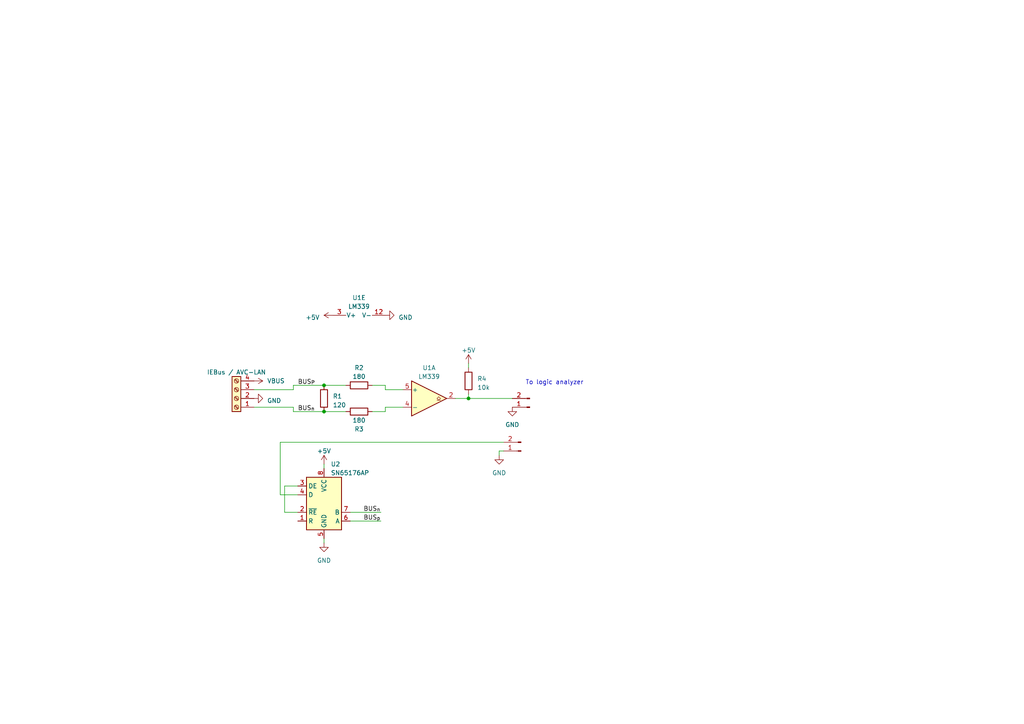
<source format=kicad_sch>
(kicad_sch (version 20230121) (generator eeschema)
  (paper "A4")
  (lib_symbols
    (symbol "Comparator:LM339" (pin_names (offset 0.127))
      (property "Reference" "U" (at 0 5.08 0))
      (property "Value" "LM339" (at 0 -5.08 0))
      (symbol "LM339_1_1"
        (polyline (pts (xy -5.08 5.08) (xy 5.08 0) (xy -5.08 -5.08) (xy -5.08 5.08)) (stroke (width 0.254)) (fill (type background)))
        (polyline (pts (xy 3.302 -0.508) (xy 2.794 -0.508) (xy 3.302 0) (xy 2.794 0.508) (xy 2.286 0) (xy 2.794 -0.508) (xy 2.286 -0.508)) (stroke (width 0.127)))
        (pin open_collector line (at 7.62 0 180) (length 2.54) (name "~") (number "2"))
        (pin input line (at -7.62 -2.54 0) (length 2.54) (name "-") (number "4"))
        (pin input line (at -7.62 2.54 0) (length 2.54) (name "+") (number "5"))
      )
      (symbol "LM339_2_1"
        (polyline (pts (xy -5.08 5.08) (xy 5.08 0) (xy -5.08 -5.08) (xy -5.08 5.08)) (stroke (width 0.254)) (fill (type background)))
        (polyline (pts (xy 3.302 -0.508) (xy 2.794 -0.508) (xy 3.302 0) (xy 2.794 0.508) (xy 2.286 0) (xy 2.794 -0.508) (xy 2.286 -0.508)) (stroke (width 0.127)))
        (pin open_collector line (at 7.62 0 180) (length 2.54) (name "~") (number "1"))
        (pin input line (at -7.62 -2.54 0) (length 2.54) (name "-") (number "6"))
        (pin input line (at -7.62 2.54 0) (length 2.54) (name "+") (number "7"))
      )
      (symbol "LM339_3_1"
        (polyline (pts (xy -5.08 5.08) (xy 5.08 0) (xy -5.08 -5.08) (xy -5.08 5.08)) (stroke (width 0.254)) (fill (type background)))
        (polyline (pts (xy 3.302 -0.508) (xy 2.794 -0.508) (xy 3.302 0) (xy 2.794 0.508) (xy 2.286 0) (xy 2.794 -0.508) (xy 2.286 -0.508)) (stroke (width 0.127)))
        (pin input line (at -7.62 -2.54 0) (length 2.54) (name "-") (number "10"))
        (pin input line (at -7.62 2.54 0) (length 2.54) (name "+") (number "11"))
        (pin open_collector line (at 7.62 0 180) (length 2.54) (name "~") (number "13"))
      )
      (symbol "LM339_4_1"
        (polyline (pts (xy -5.08 5.08) (xy 5.08 0) (xy -5.08 -5.08) (xy -5.08 5.08)) (stroke (width 0.254)) (fill (type background)))
        (polyline (pts (xy 3.302 -0.508) (xy 2.794 -0.508) (xy 3.302 0) (xy 2.794 0.508) (xy 2.286 0) (xy 2.794 -0.508) (xy 2.286 -0.508)) (stroke (width 0.127)))
        (pin open_collector line (at 7.62 0 180) (length 2.54) (name "~") (number "14"))
        (pin input line (at -7.62 -2.54 0) (length 2.54) (name "-") (number "8"))
        (pin input line (at -7.62 2.54 0) (length 2.54) (name "+") (number "9"))
      )
      (symbol "LM339_5_1"
        (pin power_in line (at -2.54 -7.62 90) (length 3.81) (name "V-") (number "12"))
        (pin power_in line (at -2.54 7.62 270) (length 3.81) (name "V+") (number "3"))
      )
    )
    (symbol "Connector:Conn_01x02_Pin" (pin_names (offset 1.016) hide)
      (property "Reference" "J" (at 0 2.54 0))
      (property "Value" "Conn_01x02_Pin" (at 0 -5.08 0))
      (symbol "Conn_01x02_Pin_1_1"
        (polyline (pts (xy 1.27 -2.54) (xy 0.8636 -2.54)) (stroke (width 0.1524)))
        (polyline (pts (xy 1.27 0) (xy 0.8636 0)) (stroke (width 0.1524)))
        (rectangle (start 0.8636 -2.413) (end 0 -2.667) (stroke (width 0.1524)) (fill (type outline)))
        (rectangle (start 0.8636 0.127) (end 0 -0.127) (stroke (width 0.1524)) (fill (type outline)))
        (pin passive line (at 5.08 0 180) (length 3.81) (name "Pin_1") (number "1"))
        (pin passive line (at 5.08 -2.54 180) (length 3.81) (name "Pin_2") (number "2"))
      )
    )
    (symbol "Connector:Screw_Terminal_01x04" (pin_names (offset 1.016) hide)
      (property "Reference" "J" (at 0 5.08 0))
      (property "Value" "Screw_Terminal_01x04" (at 0 -7.62 0))
      (symbol "Screw_Terminal_01x04_1_1"
        (rectangle (start -1.27 3.81) (end 1.27 -6.35) (stroke (width 0.254)) (fill (type background)))
        (circle (center 0 -5.08) (radius 0.635) (stroke (width 0.1524)))
        (circle (center 0 -2.54) (radius 0.635) (stroke (width 0.1524)))
        (polyline (pts (xy -0.5334 -4.7498) (xy 0.3302 -5.588)) (stroke (width 0.1524)))
        (polyline (pts (xy -0.5334 -2.2098) (xy 0.3302 -3.048)) (stroke (width 0.1524)))
        (polyline (pts (xy -0.5334 0.3302) (xy 0.3302 -0.508)) (stroke (width 0.1524)))
        (polyline (pts (xy -0.5334 2.8702) (xy 0.3302 2.032)) (stroke (width 0.1524)))
        (polyline (pts (xy -0.3556 -4.572) (xy 0.508 -5.4102)) (stroke (width 0.1524)))
        (polyline (pts (xy -0.3556 -2.032) (xy 0.508 -2.8702)) (stroke (width 0.1524)))
        (polyline (pts (xy -0.3556 0.508) (xy 0.508 -0.3302)) (stroke (width 0.1524)))
        (polyline (pts (xy -0.3556 3.048) (xy 0.508 2.2098)) (stroke (width 0.1524)))
        (circle (center 0 0) (radius 0.635) (stroke (width 0.1524)))
        (circle (center 0 2.54) (radius 0.635) (stroke (width 0.1524)))
        (pin passive line (at -5.08 2.54 0) (length 3.81) (name "Pin_1") (number "1"))
        (pin passive line (at -5.08 0 0) (length 3.81) (name "Pin_2") (number "2"))
        (pin passive line (at -5.08 -2.54 0) (length 3.81) (name "Pin_3") (number "3"))
        (pin passive line (at -5.08 -5.08 0) (length 3.81) (name "Pin_4") (number "4"))
      )
    )
    (symbol "Device:R" (pin_numbers hide) (pin_names (offset 0))
      (property "Reference" "R" (at 2.032 0 90))
      (property "Value" "R" (at 0 0 90))
      (symbol "R_0_1"
        (rectangle (start -1.016 -2.54) (end 1.016 2.54) (stroke (width 0.254)))
      )
      (symbol "R_1_1"
        (pin passive line (at 0 3.81 270) (length 1.27) (name "~") (number "1"))
        (pin passive line (at 0 -3.81 90) (length 1.27) (name "~") (number "2"))
      )
    )
    (symbol "Interface_UART:SN75176AP"
      (property "Reference" "U" (at -4.318 8.89 0))
      (property "Value" "SN75176AP" (at 1.016 8.89 0))
      (symbol "SN75176AP_0_1"
        (rectangle (start -5.08 7.62) (end 5.08 -7.62) (stroke (width 0.254)) (fill (type background)))
      )
      (symbol "SN75176AP_1_1"
        (pin output line (at -7.62 -5.08 0) (length 2.54) (name "R") (number "1"))
        (pin input line (at -7.62 -2.54 0) (length 2.54) (name "~{RE}") (number "2"))
        (pin input line (at -7.62 5.08 0) (length 2.54) (name "DE") (number "3"))
        (pin input line (at -7.62 2.54 0) (length 2.54) (name "D") (number "4"))
        (pin power_in line (at 0 -10.16 90) (length 2.54) (name "GND") (number "5"))
        (pin bidirectional line (at 7.62 -5.08 180) (length 2.54) (name "A") (number "6"))
        (pin bidirectional line (at 7.62 -2.54 180) (length 2.54) (name "B") (number "7"))
        (pin power_in line (at 0 10.16 270) (length 2.54) (name "VCC") (number "8"))
      )
    )
    (symbol "power:+5V" (power) (pin_names (offset 0))
      (property "Value" "+5V" (at 0 3.556 0))
      (symbol "+5V_0_1"
        (polyline (pts (xy -0.762 1.27) (xy 0 2.54)))
        (polyline (pts (xy 0 0) (xy 0 2.54)))
        (polyline (pts (xy 0 2.54) (xy 0.762 1.27)))
      )
      (symbol "+5V_1_1"
        (pin power_in line (at 0 0 90) (length 0) hide (name "+5V") (number "1"))
      )
    )
    (symbol "power:GND" (power) (pin_names (offset 0))
      (property "Value" "GND" (at 0 -3.81 0))
      (symbol "GND_0_1"
        (polyline (pts (xy 0 0) (xy 0 -1.27) (xy 1.27 -1.27) (xy 0 -2.54) (xy -1.27 -1.27) (xy 0 -1.27)))
      )
      (symbol "GND_1_1"
        (pin power_in line (at 0 0 270) (length 0) hide (name "GND") (number "1"))
      )
    )
    (symbol "power:VBUS" (power) (pin_names (offset 0))
      (property "Value" "VBUS" (at 0 3.81 0))
      (symbol "VBUS_0_1"
        (polyline (pts (xy -0.762 1.27) (xy 0 2.54)))
        (polyline (pts (xy 0 0) (xy 0 2.54)))
        (polyline (pts (xy 0 2.54) (xy 0.762 1.27)))
      )
      (symbol "VBUS_1_1"
        (pin power_in line (at 0 0 90) (length 0) hide (name "VBUS") (number "1"))
      )
    )
  )
  (junction (at 93.98 119.38))
  (junction (at 93.98 111.76))
  (junction (at 135.89 115.57))
  (wire (pts (xy 81.28 128.27) (xy 146.05 128.27)))
  (wire (pts (xy 144.78 130.81) (xy 144.78 132.08)))
  (wire (pts (xy 85.09 118.11) (xy 85.09 119.38)))
  (wire (pts (xy 146.05 130.81) (xy 144.78 130.81)))
  (wire (pts (xy 135.89 105.41) (xy 135.89 106.68)))
  (wire (pts (xy 93.98 134.62) (xy 93.98 135.89)))
  (wire (pts (xy 85.09 119.38) (xy 93.98 119.38)))
  (wire (pts (xy 135.89 115.57) (xy 135.89 114.3)))
  (wire (pts (xy 93.98 156.21) (xy 93.98 157.48)))
  (wire (pts (xy 111.76 113.03) (xy 116.84 113.03)))
  (wire (pts (xy 101.6 151.13) (xy 110.49 151.13)))
  (wire (pts (xy 86.36 148.59) (xy 82.55 148.59)))
  (wire (pts (xy 85.09 113.03) (xy 85.09 111.76)))
  (wire (pts (xy 111.76 111.76) (xy 111.76 113.03)))
  (wire (pts (xy 82.55 140.97) (xy 86.36 140.97)))
  (wire (pts (xy 86.36 143.51) (xy 81.28 143.51)))
  (wire (pts (xy 132.08 115.57) (xy 135.89 115.57)))
  (wire (pts (xy 93.98 119.38) (xy 100.33 119.38)))
  (wire (pts (xy 116.84 118.11) (xy 111.76 118.11)))
  (wire (pts (xy 85.09 111.76) (xy 93.98 111.76)))
  (wire (pts (xy 101.6 148.59) (xy 110.49 148.59)))
  (wire (pts (xy 73.66 113.03) (xy 85.09 113.03)))
  (wire (pts (xy 93.98 111.76) (xy 100.33 111.76)))
  (wire (pts (xy 82.55 148.59) (xy 82.55 140.97)))
  (wire (pts (xy 107.95 119.38) (xy 111.76 119.38)))
  (wire (pts (xy 73.66 118.11) (xy 85.09 118.11)))
  (wire (pts (xy 111.76 118.11) (xy 111.76 119.38)))
  (wire (pts (xy 107.95 111.76) (xy 111.76 111.76)))
  (wire (pts (xy 135.89 115.57) (xy 148.59 115.57)))
  (wire (pts (xy 81.28 143.51) (xy 81.28 128.27)))
  (text "To logic analyzer" (at 152.4 111.76 0) (effects (font (size 1.27 1.27)) (justify left bottom)))
  (label "BUS_{n}" (at 105.41 148.59 0))
  (label "BUS_{n}" (at 86.36 119.38 0))
  (label "BUS_{P}" (at 86.36 111.76 0))
  (label "BUS_{p}" (at 105.41 151.13 0))
  (symbol (lib_id "power:GND") (at 73.66 115.57 90) (unit 1)
    (property "Reference" "#PWR02" (effects hide))
    (property "Value" "GND" (at 77.47 116.205 90) (effects (justify right)))
  )
  (symbol (lib_id "Interface_UART:SN75176AP") (at 93.98 146.05 0) (unit 1)
    (property "Reference" "U2" (at 95.9359 134.62 0) (effects (justify left)))
    (property "Value" "SN65176AP" (at 95.9359 137.16 0) (effects (justify left)))
    (property "Footprint" "Package_DIP:DIP-8_W7.62mm" (effects hide))
    (property "Datasheet" "https://www.ti.com/lit/gpn/sn65176b" (effects hide))
  )
  (symbol (lib_id "Device:R") (at 93.98 115.57 0) (unit 1)
    (property "Reference" "R1" (at 96.52 114.935 0) (effects (justify left)))
    (property "Value" "120" (at 96.52 117.475 0) (effects (justify left)))
  )
  (symbol (lib_id "Connector:Conn_01x02_Pin") (at 151.13 130.81 180) (unit 1)
    (property "Reference" "J3" (effects hide))
    (property "Value" "Conn_01x02_Pin" (effects hide))
  )
  (symbol (lib_id "power:GND") (at 148.59 118.11 0) (unit 1)
    (property "Reference" "#PWR06" (effects hide))
    (property "Value" "GND" (at 148.59 123.19 0))
  )
  (symbol (lib_id "Device:R") (at 135.89 110.49 0) (unit 1)
    (property "Reference" "R4" (at 138.43 109.855 0) (effects (justify left)))
    (property "Value" "10k" (at 138.43 112.395 0) (effects (justify left)))
  )
  (symbol (lib_id "Connector:Conn_01x02_Pin") (at 153.67 118.11 180) (unit 1)
    (property "Reference" "J2" (effects hide))
    (property "Value" "Conn_01x02_Pin" (effects hide))
  )
  (symbol (lib_id "Comparator:LM339") (at 124.46 115.57 0) (unit 1)
    (property "Reference" "U1" (at 124.46 106.68 0))
    (property "Value" "LM339" (at 124.46 109.22 0))
    (property "Datasheet" "https://www.st.com/resource/en/datasheet/lm139.pdf" (effects hide))
  )
  (symbol (lib_id "Connector:Screw_Terminal_01x04") (at 68.58 115.57 180) (unit 1)
    (property "Reference" "J1" (effects hide))
    (property "Value" "IEBus / AVC-LAN" (at 68.58 107.95 0))
  )
  (symbol (lib_id "Device:R") (at 104.14 119.38 270) (unit 1)
    (property "Reference" "R3" (at 104.14 124.46 90))
    (property "Value" "180" (at 104.14 121.92 90))
  )
  (symbol (lib_id "power:+5V") (at 93.98 134.62 0) (unit 1)
    (property "Reference" "#PWR07" (effects hide))
    (property "Value" "+5V" (at 93.98 130.81 0))
  )
  (symbol (lib_id "power:VBUS") (at 73.66 110.49 270) (unit 1)
    (property "Reference" "#PWR01" (effects hide))
    (property "Value" "VBUS" (at 77.47 110.49 90) (effects (justify left)))
  )
  (symbol (lib_id "power:+5V") (at 96.52 91.44 90) (unit 1)
    (property "Reference" "#PWR03" (effects hide))
    (property "Value" "+5V" (at 92.71 92.075 90) (effects (justify left)))
  )
  (symbol (lib_id "Device:R") (at 104.14 111.76 90) (unit 1)
    (property "Reference" "R2" (at 104.14 106.68 90))
    (property "Value" "180" (at 104.14 109.22 90))
  )
  (symbol (lib_id "power:GND") (at 93.98 157.48 0) (unit 1)
    (property "Reference" "#PWR08" (effects hide))
    (property "Value" "GND" (at 93.98 162.56 0))
  )
  (symbol (lib_id "Comparator:LM339") (at 104.14 88.9 90) (unit 5)
    (property "Reference" "U1" (at 104.14 86.36 90))
    (property "Value" "LM339" (at 104.14 88.9 90))
    (property "Datasheet" "https://www.st.com/resource/en/datasheet/lm139.pdf" (effects hide))
  )
  (symbol (lib_id "power:GND") (at 111.76 91.44 90) (unit 1)
    (property "Reference" "#PWR04" (effects hide))
    (property "Value" "GND" (at 115.57 92.075 90) (effects (justify right)))
  )
  (symbol (lib_id "power:GND") (at 144.78 132.08 0) (unit 1)
    (property "Reference" "#PWR09" (effects hide))
    (property "Value" "GND" (at 144.78 137.16 0))
  )
  (symbol (lib_id "power:+5V") (at 135.89 105.41 0) (unit 1)
    (property "Reference" "#PWR05" (effects hide))
    (property "Value" "+5V" (at 135.89 101.6 0))
  )
)
</source>
